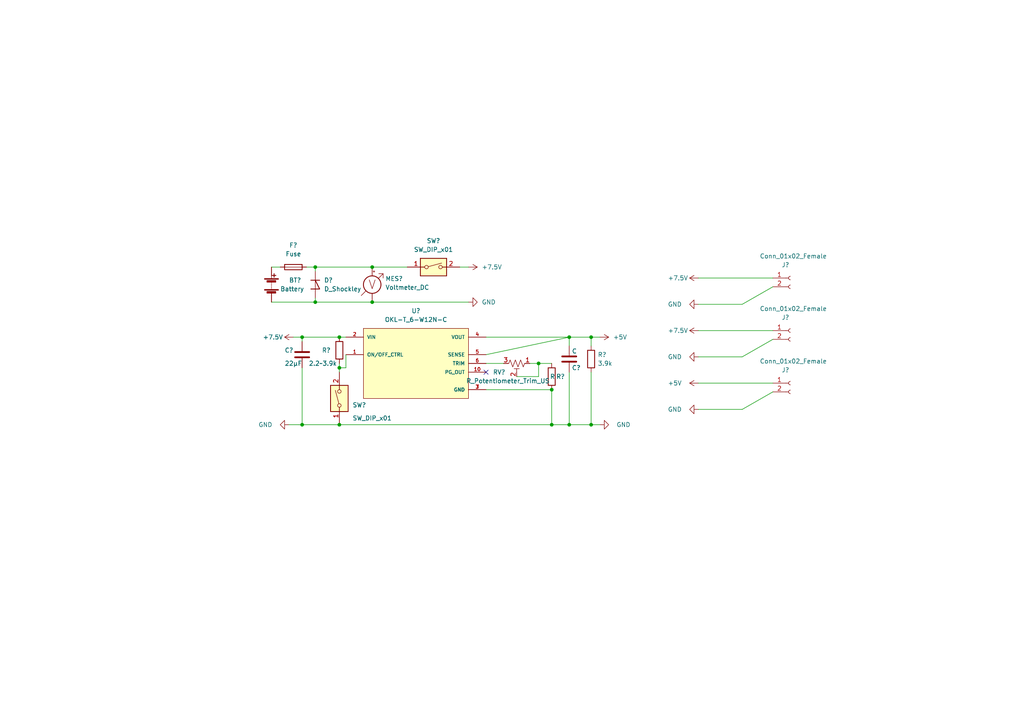
<source format=kicad_sch>
(kicad_sch (version 20211123) (generator eeschema)
  (paper "A4")
  (lib_symbols
    (symbol "Connector:Conn_01x02_Female" (pin_names (offset 1.016) hide)
      (property "Reference" "J" (at 0 2.54 0))
      (property "Value" "Conn_01x02_Female" (at 0 -5.08 0))
      (symbol "Conn_01x02_Female_1_1"
        (arc (start 0 -2.032) (mid -0.508 -2.54) (end 0 -3.048) (stroke (width 0.1524)))
        (polyline (pts (xy -1.27 -2.54) (xy -0.508 -2.54)) (stroke (width 0.1524)))
        (polyline (pts (xy -1.27 0) (xy -0.508 0)) (stroke (width 0.1524)))
        (arc (start 0 0.508) (mid -0.508 0) (end 0 -0.508) (stroke (width 0.1524)))
        (pin passive line (at -5.08 0 0) (length 3.81) (name "Pin_1") (number "1"))
        (pin passive line (at -5.08 -2.54 0) (length 3.81) (name "Pin_2") (number "2"))
      )
    )
    (symbol "Device:Battery" (pin_numbers hide) (pin_names (offset 0) hide)
      (property "Reference" "BT" (at 2.54 2.54 0))
      (property "Value" "Battery" (at 2.54 0 0))
      (symbol "Battery_0_1"
        (rectangle (start -2.032 -1.397) (end 2.032 -1.651) (fill (type outline)))
        (rectangle (start -2.032 1.778) (end 2.032 1.524) (fill (type outline)))
        (rectangle (start -1.3208 -1.9812) (end 1.27 -2.4892) (fill (type outline)))
        (rectangle (start -1.3208 1.1938) (end 1.27 0.6858) (fill (type outline)))
        (polyline (pts (xy 0 -1.524) (xy 0 -1.27)))
        (polyline (pts (xy 0 -1.016) (xy 0 -0.762)))
        (polyline (pts (xy 0 -0.508) (xy 0 -0.254)))
        (polyline (pts (xy 0 0) (xy 0 0.254)))
        (polyline (pts (xy 0 0.508) (xy 0 0.762)))
        (polyline (pts (xy 0 1.778) (xy 0 2.54)))
        (polyline (pts (xy 0.254 2.667) (xy 1.27 2.667)) (stroke (width 0.254)))
        (polyline (pts (xy 0.762 3.175) (xy 0.762 2.159)) (stroke (width 0.254)))
      )
      (symbol "Battery_1_1"
        (pin passive line (at 0 5.08 270) (length 2.54) (name "+") (number "1"))
        (pin passive line (at 0 -5.08 90) (length 2.54) (name "-") (number "2"))
      )
    )
    (symbol "Device:C" (pin_numbers hide) (pin_names (offset 0.254))
      (property "Reference" "C" (at 0.635 2.54 0))
      (property "Value" "C" (at 0.635 -2.54 0))
      (symbol "C_0_1"
        (polyline (pts (xy -2.032 -0.762) (xy 2.032 -0.762)) (stroke (width 0.508)))
        (polyline (pts (xy -2.032 0.762) (xy 2.032 0.762)) (stroke (width 0.508)))
      )
      (symbol "C_1_1"
        (pin passive line (at 0 3.81 270) (length 2.794) (name "~") (number "1"))
        (pin passive line (at 0 -3.81 90) (length 2.794) (name "~") (number "2"))
      )
    )
    (symbol "Device:D_Shockley" (pin_numbers hide) (pin_names (offset 1.016) hide)
      (property "Reference" "D" (at 0 2.54 0))
      (property "Value" "D_Shockley" (at 0 -2.54 0))
      (symbol "D_Shockley_0_1"
        (polyline (pts (xy -1.27 0) (xy 1.27 0)))
        (polyline (pts (xy -1.27 1.27) (xy -1.27 -1.27)) (stroke (width 0.254)))
        (polyline (pts (xy -1.27 0) (xy 1.27 1.27) (xy 1.27 -1.27)) (stroke (width 0.254)))
      )
      (symbol "D_Shockley_1_1"
        (pin passive line (at -3.81 0 0) (length 2.54) (name "K") (number "1"))
        (pin passive line (at 3.81 0 180) (length 2.54) (name "A") (number "2"))
      )
    )
    (symbol "Device:Fuse" (pin_numbers hide) (pin_names (offset 0))
      (property "Reference" "F" (at 2.032 0 90))
      (property "Value" "Fuse" (at -1.905 0 90))
      (symbol "Fuse_0_1"
        (rectangle (start -0.762 -2.54) (end 0.762 2.54) (stroke (width 0.254)))
        (polyline (pts (xy 0 2.54) (xy 0 -2.54)))
      )
      (symbol "Fuse_1_1"
        (pin passive line (at 0 3.81 270) (length 1.27) (name "~") (number "1"))
        (pin passive line (at 0 -3.81 90) (length 1.27) (name "~") (number "2"))
      )
    )
    (symbol "Device:R" (pin_numbers hide) (pin_names (offset 0))
      (property "Reference" "R" (at 2.032 0 90))
      (property "Value" "R" (at 0 0 90))
      (symbol "R_0_1"
        (rectangle (start -1.016 -2.54) (end 1.016 2.54) (stroke (width 0.254)))
      )
      (symbol "R_1_1"
        (pin passive line (at 0 3.81 270) (length 1.27) (name "~") (number "1"))
        (pin passive line (at 0 -3.81 90) (length 1.27) (name "~") (number "2"))
      )
    )
    (symbol "Device:R_Potentiometer_Trim_US" (pin_names (offset 1.016) hide)
      (property "Reference" "RV" (at -4.445 0 90))
      (property "Value" "R_Potentiometer_Trim_US" (at -2.54 0 90))
      (symbol "R_Potentiometer_Trim_US_0_1"
        (polyline (pts (xy 0 -2.286) (xy 0 -2.54)))
        (polyline (pts (xy 0 2.286) (xy 0 2.54)))
        (polyline (pts (xy 1.524 0.762) (xy 1.524 -0.762)))
        (polyline (pts (xy 2.54 0) (xy 1.524 0)))
        (polyline (pts (xy 0 -0.762) (xy 1.016 -1.143) (xy 0 -1.524) (xy -1.016 -1.905) (xy 0 -2.286)))
        (polyline (pts (xy 0 0.762) (xy 1.016 0.381) (xy 0 0) (xy -1.016 -0.381) (xy 0 -0.762)))
        (polyline (pts (xy 0 2.286) (xy 1.016 1.905) (xy 0 1.524) (xy -1.016 1.143) (xy 0 0.762)))
      )
      (symbol "R_Potentiometer_Trim_US_1_1"
        (pin passive line (at 0 3.81 270) (length 1.27) (name "1") (number "1"))
        (pin passive line (at 3.81 0 180) (length 1.27) (name "2") (number "2"))
        (pin passive line (at 0 -3.81 90) (length 1.27) (name "3") (number "3"))
      )
    )
    (symbol "Device:Voltmeter_DC" (pin_numbers hide) (pin_names (offset 0.0254) hide)
      (property "Reference" "MES" (at -3.302 1.016 0))
      (property "Value" "Voltmeter_DC" (at -3.302 -0.762 0))
      (symbol "Voltmeter_DC_0_0"
        (polyline (pts (xy -3.175 -3.175) (xy -1.905 -1.905)))
        (polyline (pts (xy 1.905 1.905) (xy 3.175 3.175)))
        (polyline (pts (xy 1.905 3.175) (xy 3.175 3.175) (xy 3.175 1.905)))
        (text "V" (at 0 0 0) (effects (font (size 2.54 2.54))))
      )
      (symbol "Voltmeter_DC_0_1"
        (polyline (pts (xy 0.254 3.81) (xy 0.762 3.81)))
        (polyline (pts (xy 0.508 4.064) (xy 0.508 3.556)))
        (circle (center 0 0) (radius 2.54) (stroke (width 0.254)))
      )
      (symbol "Voltmeter_DC_1_1"
        (pin passive line (at 0 -5.08 90) (length 2.54) (name "-") (number "1"))
        (pin passive line (at 0 5.08 270) (length 2.54) (name "+") (number "2"))
      )
    )
    (symbol "OKL-T_6-W12N-C:OKL-T_6-W12N-C" (pin_names (offset 1.016))
      (property "Reference" "U" (at -15.24 10.922 0))
      (property "Value" "OKL-T_6-W12N-C" (at -15.24 -12.7 0))
      (symbol "OKL-T_6-W12N-C_0_0"
        (rectangle (start -15.24 -10.16) (end 15.24 10.16) (stroke (width 0.1524)) (fill (type background)))
        (pin input line (at -20.32 2.54 0) (length 5.08) (name "ON/OFF_CTRL") (number "1"))
        (pin output line (at 20.32 -2.54 180) (length 5.08) (name "PG_OUT") (number "10"))
        (pin input line (at -20.32 7.62 0) (length 5.08) (name "VIN") (number "2"))
        (pin power_in line (at 20.32 -7.62 180) (length 5.08) (name "GND") (number "3"))
        (pin output line (at 20.32 7.62 180) (length 5.08) (name "VOUT") (number "4"))
        (pin input line (at 20.32 2.54 180) (length 5.08) (name "SENSE") (number "5"))
        (pin input line (at 20.32 0 180) (length 5.08) (name "TRIM") (number "6"))
        (pin power_in line (at 20.32 -7.62 180) (length 5.08) (name "GND") (number "7"))
      )
    )
    (symbol "Switch:SW_DIP_x01" (pin_names (offset 0) hide)
      (property "Reference" "SW" (at 0 3.81 0))
      (property "Value" "SW_DIP_x01" (at 0 -3.81 0))
      (symbol "SW_DIP_x01_0_0"
        (circle (center -2.032 0) (radius 0.508))
        (polyline (pts (xy -1.524 0.127) (xy 2.3622 1.1684)))
        (circle (center 2.032 0) (radius 0.508))
      )
      (symbol "SW_DIP_x01_0_1"
        (rectangle (start -3.81 2.54) (end 3.81 -2.54) (stroke (width 0.254)) (fill (type background)))
      )
      (symbol "SW_DIP_x01_1_1"
        (pin passive line (at -7.62 0 0) (length 5.08) (name "~") (number "1"))
        (pin passive line (at 7.62 0 180) (length 5.08) (name "~") (number "2"))
      )
    )
    (symbol "power:+5V" (power) (pin_names (offset 0))
      (property "Value" "+5V" (at 0 3.556 0))
      (symbol "+5V_0_1"
        (polyline (pts (xy -0.762 1.27) (xy 0 2.54)))
        (polyline (pts (xy 0 0) (xy 0 2.54)))
        (polyline (pts (xy 0 2.54) (xy 0.762 1.27)))
      )
      (symbol "+5V_1_1"
        (pin power_in line (at 0 0 90) (length 0) hide (name "+5V") (number "1"))
      )
    )
    (symbol "power:+7.5V" (power) (pin_names (offset 0))
      (property "Value" "+7.5V" (at 0 3.556 0))
      (symbol "+7.5V_0_1"
        (polyline (pts (xy -0.762 1.27) (xy 0 2.54)))
        (polyline (pts (xy 0 0) (xy 0 2.54)))
        (polyline (pts (xy 0 2.54) (xy 0.762 1.27)))
      )
      (symbol "+7.5V_1_1"
        (pin power_in line (at 0 0 90) (length 0) hide (name "+7.5V") (number "1"))
      )
    )
    (symbol "power:GND" (power) (pin_names (offset 0))
      (property "Value" "GND" (at 0 -3.81 0))
      (symbol "GND_0_1"
        (polyline (pts (xy 0 0) (xy 0 -1.27) (xy 1.27 -1.27) (xy 0 -2.54) (xy -1.27 -1.27) (xy 0 -1.27)))
      )
      (symbol "GND_1_1"
        (pin power_in line (at 0 0 270) (length 0) hide (name "GND") (number "1"))
      )
    )
  )
  (junction (at 87.63 97.79))
  (junction (at 91.44 87.63))
  (junction (at 156.21 105.41))
  (junction (at 171.45 123.19))
  (junction (at 160.02 123.19))
  (junction (at 98.425 106.68))
  (junction (at 98.425 97.79))
  (junction (at 160.02 113.03))
  (junction (at 107.95 77.47))
  (junction (at 98.425 123.19))
  (junction (at 91.44 77.47))
  (junction (at 107.95 87.63))
  (junction (at 171.45 97.79))
  (junction (at 165.1 123.19))
  (junction (at 87.63 123.19))
  (junction (at 165.1 97.79))
  (no_connect (at 140.97 107.95))
  (wire (pts (xy 202.565 95.885) (xy 224.155 95.885)))
  (wire (pts (xy 91.44 77.47) (xy 107.95 77.47)))
  (wire (pts (xy 171.45 97.79) (xy 171.45 100.33)))
  (wire (pts (xy 83.82 123.19) (xy 87.63 123.19)))
  (wire (pts (xy 140.97 102.87) (xy 165.1 97.79)))
  (wire (pts (xy 107.95 87.63) (xy 135.89 87.63)))
  (wire (pts (xy 98.425 106.68) (xy 98.425 107.95)))
  (wire (pts (xy 171.45 123.19) (xy 173.99 123.19)))
  (wire (pts (xy 156.21 105.41) (xy 160.02 105.41)))
  (wire (pts (xy 78.74 87.63) (xy 91.44 87.63)))
  (wire (pts (xy 140.97 113.03) (xy 160.02 113.03)))
  (wire (pts (xy 165.1 123.19) (xy 171.45 123.19)))
  (wire (pts (xy 91.44 86.36) (xy 91.44 87.63)))
  (wire (pts (xy 202.565 103.505) (xy 215.265 103.505)))
  (wire (pts (xy 88.9 77.47) (xy 91.44 77.47)))
  (wire (pts (xy 156.21 109.22) (xy 156.21 105.41)))
  (wire (pts (xy 165.1 100.33) (xy 165.1 97.79)))
  (wire (pts (xy 160.02 113.03) (xy 160.02 123.19)))
  (wire (pts (xy 202.565 80.645) (xy 224.155 80.645)))
  (wire (pts (xy 171.45 107.95) (xy 171.45 123.19)))
  (wire (pts (xy 140.97 97.79) (xy 165.1 97.79)))
  (wire (pts (xy 78.74 77.47) (xy 81.28 77.47)))
  (wire (pts (xy 98.425 106.68) (xy 100.33 106.68)))
  (wire (pts (xy 87.63 97.79) (xy 98.425 97.79)))
  (wire (pts (xy 98.425 105.41) (xy 98.425 106.68)))
  (wire (pts (xy 91.44 77.47) (xy 91.44 78.74)))
  (wire (pts (xy 98.425 97.79) (xy 100.33 97.79)))
  (wire (pts (xy 140.97 105.41) (xy 146.05 105.41)))
  (wire (pts (xy 215.265 118.745) (xy 224.155 113.665)))
  (wire (pts (xy 215.265 103.505) (xy 224.155 98.425)))
  (wire (pts (xy 165.1 107.95) (xy 165.1 123.19)))
  (wire (pts (xy 87.63 106.68) (xy 87.63 123.19)))
  (wire (pts (xy 202.565 118.745) (xy 215.265 118.745)))
  (wire (pts (xy 202.565 88.265) (xy 215.265 88.265)))
  (wire (pts (xy 87.63 123.19) (xy 98.425 123.19)))
  (wire (pts (xy 91.44 87.63) (xy 107.95 87.63)))
  (wire (pts (xy 87.63 99.06) (xy 87.63 97.79)))
  (wire (pts (xy 165.1 97.79) (xy 171.45 97.79)))
  (wire (pts (xy 85.09 97.79) (xy 87.63 97.79)))
  (wire (pts (xy 100.33 106.68) (xy 100.33 102.87)))
  (wire (pts (xy 215.265 88.265) (xy 224.155 83.185)))
  (wire (pts (xy 107.95 77.47) (xy 118.11 77.47)))
  (wire (pts (xy 133.35 77.47) (xy 135.89 77.47)))
  (wire (pts (xy 98.425 123.19) (xy 160.02 123.19)))
  (wire (pts (xy 160.02 123.19) (xy 165.1 123.19)))
  (wire (pts (xy 202.565 111.125) (xy 224.155 111.125)))
  (wire (pts (xy 149.86 109.22) (xy 156.21 109.22)))
  (wire (pts (xy 171.45 97.79) (xy 173.99 97.79)))
  (wire (pts (xy 153.67 105.41) (xy 156.21 105.41)))
  (symbol (lib_id "Device:C") (at 165.1 104.14 0) (unit 1)
    (property "Reference" "C?" (at 165.862 106.68 0) (effects (justify left)))
    (property "Value" "C" (at 165.862 101.854 0) (effects (justify left)))
    (property "Footprint" "Capacitor_THT:C_Disc_D3.8mm_W2.6mm_P2.50mm" (effects hide))
  )
  (symbol (lib_id "power:+5V") (at 202.565 111.125 90) (unit 1)
    (property "Reference" "#PWR?" (effects hide))
    (property "Value" "+5V" (at 193.675 111.125 90) (effects (justify right)))
  )
  (symbol (lib_id "power:GND") (at 173.99 123.19 90) (unit 1)
    (property "Reference" "#PWR?" (effects hide))
    (property "Value" "GND" (at 182.88 123.19 90) (effects (justify left)))
  )
  (symbol (lib_id "Device:R") (at 160.02 109.22 0) (unit 1)
    (property "Reference" "R?" (at 161.29 109.22 0) (effects (justify left)))
    (property "Value" "R" (at 159.512 109.22 0) (effects (justify left)))
    (property "Footprint" "Resistor_THT:R_Axial_DIN0204_L3.6mm_D1.6mm_P5.08mm_Horizontal" (effects hide))
  )
  (symbol (lib_id "power:GND") (at 135.89 87.63 90) (unit 1)
    (property "Reference" "#PWR?" (effects hide))
    (property "Value" "GND" (at 139.7 87.6299 90) (effects (justify right)))
  )
  (symbol (lib_id "power:+7.5V") (at 135.89 77.47 270) (unit 1)
    (property "Reference" "#PWR?" (effects hide))
    (property "Value" "+7.5V" (at 139.7 77.4699 90) (effects (justify left)))
  )
  (symbol (lib_id "power:GND") (at 202.565 103.505 270) (unit 1)
    (property "Reference" "#PWR?" (effects hide))
    (property "Value" "GND" (at 193.675 103.505 90) (effects (justify left)))
  )
  (symbol (lib_id "power:GND") (at 202.565 88.265 270) (unit 1)
    (property "Reference" "#PWR?" (effects hide))
    (property "Value" "GND" (at 193.675 88.265 90) (effects (justify left)))
  )
  (symbol (lib_id "Switch:SW_DIP_x01") (at 98.425 115.57 90) (unit 1)
    (property "Reference" "SW?" (at 102.235 117.475 90) (effects (justify right)))
    (property "Value" "SW_DIP_x01" (at 102.235 121.285 90) (effects (justify right)))
    (property "Footprint" "Lib:2MS1T2B4M2QES" (effects hide))
  )
  (symbol (lib_id "Device:Voltmeter_DC") (at 107.95 82.55 0) (unit 1)
    (property "Reference" "MES?" (at 111.76 80.8354 0) (effects (justify left)))
    (property "Value" "Voltmeter_DC" (at 111.76 83.3754 0) (effects (justify left)))
    (property "Footprint" "Lib:voltage_counter" (effects hide))
  )
  (symbol (lib_id "Connector:Conn_01x02_Female") (at 229.235 80.645 0) (unit 1)
    (property "Reference" "J?" (at 226.695 76.835 0) (effects (justify left)))
    (property "Value" "Conn_01x02_Female" (at 220.345 74.295 0) (effects (justify left)))
    (property "Footprint" "Connector_JST:JST_XH_B2B-XH-A_1x02_P2.50mm_Vertical" (effects hide))
  )
  (symbol (lib_id "power:+7.5V") (at 202.565 80.645 90) (unit 1)
    (property "Reference" "#PWR?" (effects hide))
    (property "Value" "+7.5V" (at 193.675 80.645 90) (effects (justify right)))
  )
  (symbol (lib_id "Device:D_Shockley") (at 91.44 82.55 270) (unit 1)
    (property "Reference" "D?" (at 93.98 81.2799 90) (effects (justify left)))
    (property "Value" "D_Shockley" (at 93.98 83.8199 90) (effects (justify left)))
    (property "Footprint" "Diode_THT:D_5W_P10.16mm_Horizontal" (effects hide))
  )
  (symbol (lib_id "Switch:SW_DIP_x01") (at 125.73 77.47 0) (unit 1)
    (property "Reference" "SW?" (at 125.73 69.85 0))
    (property "Value" "SW_DIP_x01" (at 125.73 72.39 0))
    (property "Footprint" "Lib:DS-850k" (effects hide))
  )
  (symbol (lib_id "power:GND") (at 202.565 118.745 270) (unit 1)
    (property "Reference" "#PWR?" (effects hide))
    (property "Value" "GND" (at 193.675 118.745 90) (effects (justify left)))
  )
  (symbol (lib_id "power:+7.5V") (at 202.565 95.885 90) (unit 1)
    (property "Reference" "#PWR?" (effects hide))
    (property "Value" "+7.5V" (at 193.675 95.885 90) (effects (justify right)))
  )
  (symbol (lib_id "Connector:Conn_01x02_Female") (at 229.235 111.125 0) (unit 1)
    (property "Reference" "J?" (at 226.695 107.315 0) (effects (justify left)))
    (property "Value" "Conn_01x02_Female" (at 220.345 104.775 0) (effects (justify left)))
    (property "Footprint" "Connector_JST:JST_XH_B2B-XH-A_1x02_P2.50mm_Vertical" (effects hide))
  )
  (symbol (lib_id "Device:Fuse") (at 85.09 77.47 90) (unit 1)
    (property "Reference" "F?" (at 85.09 71.12 90))
    (property "Value" "Fuse" (at 85.09 73.66 90))
    (property "Footprint" "Lib:fuse_socket" (effects hide))
  )
  (symbol (lib_id "Connector:Conn_01x02_Female") (at 229.235 95.885 0) (unit 1)
    (property "Reference" "J?" (at 226.695 92.075 0) (effects (justify left)))
    (property "Value" "Conn_01x02_Female" (at 220.345 89.535 0) (effects (justify left)))
    (property "Footprint" "Connector_JST:JST_XH_B2B-XH-A_1x02_P2.50mm_Vertical" (effects hide))
  )
  (symbol (lib_id "Device:C") (at 87.63 102.87 0) (unit 1)
    (property "Reference" "C?" (at 82.55 101.6 0) (effects (justify left)))
    (property "Value" "22μF" (at 82.55 105.41 0) (effects (justify left)))
    (property "Footprint" "Capacitor_THT:C_Disc_D3.8mm_W2.6mm_P2.50mm" (effects hide))
  )
  (symbol (lib_id "Device:R") (at 98.425 101.6 0) (unit 1)
    (property "Reference" "R?" (at 93.345 101.6 0) (effects (justify left)))
    (property "Value" "2.2~3.9k" (at 89.535 105.41 0) (effects (justify left)))
    (property "Footprint" "Resistor_THT:R_Axial_DIN0204_L3.6mm_D1.6mm_P5.08mm_Horizontal" (effects hide))
  )
  (symbol (lib_id "Device:R_Potentiometer_Trim_US") (at 149.86 105.41 270) (unit 1)
    (property "Reference" "RV?" (at 144.78 107.95 90))
    (property "Value" "R_Potentiometer_Trim_US" (at 147.32 110.49 90))
    (property "Footprint" "Potentiometer_THT:Potentiometer_Bourns_3296W_Vertical" (effects hide))
  )
  (symbol (lib_id "Device:Battery") (at 78.74 82.55 0) (unit 1)
    (property "Reference" "BT?" (at 83.82 81.28 0) (effects (justify left)))
    (property "Value" "Battery" (at 81.28 83.82 0) (effects (justify left)))
    (property "Footprint" "Connector_JST:JST_VH_B2P-VH-B_1x02_P3.96mm_Vertical" (effects hide))
  )
  (symbol (lib_id "power:+5V") (at 173.99 97.79 270) (unit 1)
    (property "Reference" "#PWR?" (effects hide))
    (property "Value" "+5V" (at 177.8 97.7899 90) (effects (justify left)))
  )
  (symbol (lib_id "OKL-T_6-W12N-C:OKL-T_6-W12N-C") (at 120.65 105.41 0) (unit 1)
    (property "Reference" "U?" (at 120.65 90.17 0))
    (property "Value" "OKL-T_6-W12N-C" (at 120.65 92.71 0))
    (property "Footprint" "Lib:DCDC-murata-6A" (effects hide))
  )
  (symbol (lib_id "power:GND") (at 83.82 123.19 270) (unit 1)
    (property "Reference" "#PWR?" (effects hide))
    (property "Value" "GND" (at 74.93 123.19 90) (effects (justify left)))
  )
  (symbol (lib_id "Device:R") (at 171.45 104.14 0) (unit 1)
    (property "Reference" "R?" (at 173.355 102.87 0) (effects (justify left)))
    (property "Value" "3.9k" (at 173.355 105.41 0) (effects (justify left)))
    (property "Footprint" "Resistor_THT:R_Axial_DIN0204_L3.6mm_D1.6mm_P5.08mm_Horizontal" (effects hide))
  )
  (symbol (lib_id "power:+7.5V") (at 85.09 97.79 90) (unit 1)
    (property "Reference" "#PWR?" (effects hide))
    (property "Value" "+7.5V" (at 76.2 97.79 90) (effects (justify right)))
  )
)
</source>
